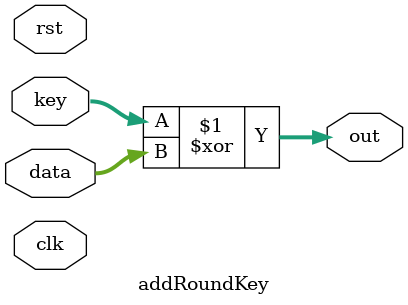
<source format=v>
module addRoundKey(clk, rst, data, out, key);
input clk;
input rst;
input [127:0] data;
input [127:0] key;
output [127:0] out;

// always @(posedge clk) begin
//     if(rst) begin
//         out <= 128'b0;
//     end
//     else begin
//         out <= key ^ data;
//     end
// end




// original
assign out = key ^ data;

endmodule
</source>
